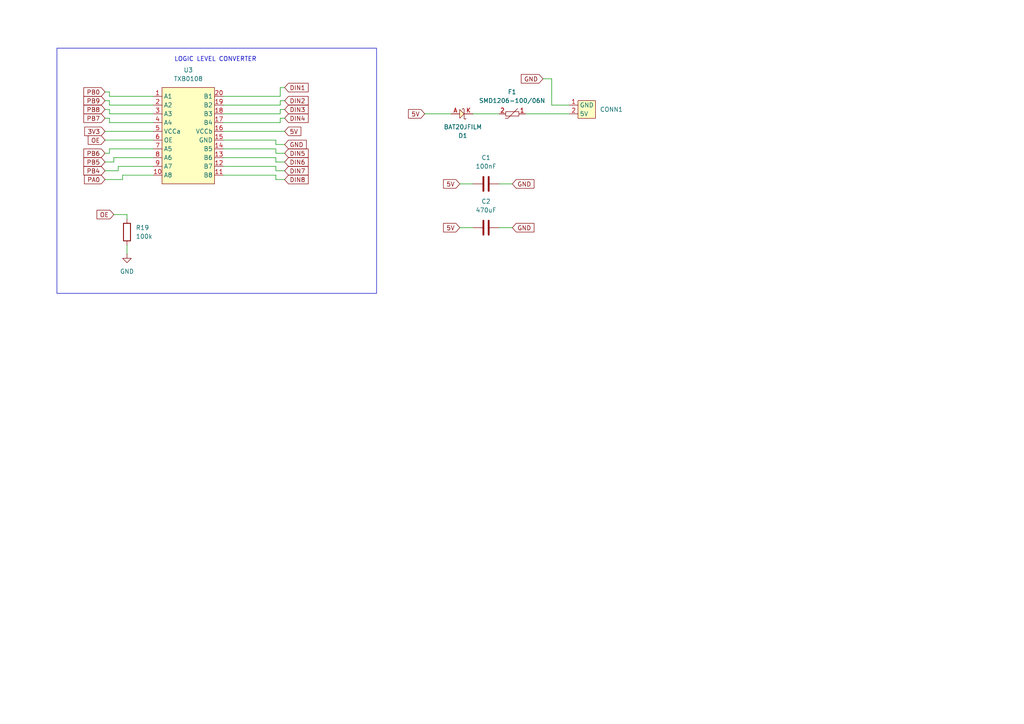
<source format=kicad_sch>
(kicad_sch (version 20250114) (generator "eeschema") (generator_version "9.0")
  (paper "A4")
  (lib_symbols
    (symbol "Borna KiCAD Library:BAT20JFILM" (pin_names (hide yes))
      (property "Reference" "D" (at 0.762 -2.286 0))
      (property "Value" "BAT20JFILM" (at 0.762 2.54 0))
      (symbol "BAT20JFILM_1_1"
        (arc (start 0.762 1.27) (mid 0.8364 1.4496) (end 1.016 1.524))
        (arc (start 1.016 1.524) (mid 1.1956 1.4496) (end 1.27 1.27))
        (polyline (pts (xy 1.27 1.27) (xy 1.27 -1.27)))
        (polyline (pts (xy 1.27 0) (xy 0 1.27) (xy 0 -1.27) (xy 1.27 0)) (fill (type background)))
        (arc (start 1.524 -1.524) (mid 1.3444 -1.4496) (end 1.27 -1.27))
        (arc (start 1.778 -1.27) (mid 1.7036 -1.4496) (end 1.524 -1.524))
        (pin passive line (at -2.54 0 0) (length 2.54) (name "A") (number "A"))
        (pin passive line (at 3.81 0 180) (length 2.54) (name "K") (number "K"))
      )
    )
    (symbol "Borna KiCAD Library:SMD1206-100/06N"
      (property "Reference" "F" (at 0 -2.54 0))
      (property "Value" "SMD1206-100/06N" (at 0 -4.064 0))
      (symbol "SMD1206-100/06N_0_1"
        (rectangle (start -1.905 0.635) (end 1.905 -0.635))
        (polyline (pts (xy -1.524 -1.524) (xy 1.27 1.27) (xy 2.032 1.27)))
      )
      (symbol "SMD1206-100/06N_1_1"
        (pin passive line (at -3.81 0 0) (length 1.905) (name "") (number "1"))
        (pin passive line (at 3.81 0 180) (length 1.905) (name "") (number "2"))
      )
    )
    (symbol "Device:C" (pin_numbers (hide yes)) (pin_names (offset 0.254))
      (property "Reference" "C" (at 0.635 2.54 0))
      (property "Value" "C" (at 0.635 -2.54 0))
      (symbol "C_0_1"
        (polyline (pts (xy -2.032 0.762) (xy 2.032 0.762)) (stroke (width 0.508)))
        (polyline (pts (xy -2.032 -0.762) (xy 2.032 -0.762)) (stroke (width 0.508)))
      )
      (symbol "C_1_1"
        (pin passive line (at 0 3.81 270) (length 2.794) (name "~") (number "1"))
        (pin passive line (at 0 -3.81 90) (length 2.794) (name "~") (number "2"))
      )
    )
    (symbol "Device:R" (pin_numbers (hide yes)) (pin_names (offset 0))
      (property "Reference" "R" (at 2.032 0 90))
      (property "Value" "R" (at 0 0 90))
      (symbol "R_0_1"
        (rectangle (start -1.016 -2.54) (end 1.016 2.54) (stroke (width 0.254)))
      )
      (symbol "R_1_1"
        (pin passive line (at 0 3.81 270) (length 1.27) (name "~") (number "1"))
        (pin passive line (at 0 -3.81 90) (length 1.27) (name "~") (number "2"))
      )
    )
    (symbol "Marina_Library:TXB0108"
      (property "Reference" "U" (at 0 16.764 0))
      (property "Value" "TXB0108" (at 0 15.24 0))
      (symbol "TXB0108_1_1"
        (rectangle (start -7.62 13.97) (end 7.62 -13.97) (fill (type background)))
        (pin bidirectional line (at -10.16 11.43 0) (length 2.54) (name "A1") (number "1"))
        (pin bidirectional line (at -10.16 8.89 0) (length 2.54) (name "A2") (number "2"))
        (pin bidirectional line (at -10.16 6.35 0) (length 2.54) (name "A3") (number "3"))
        (pin bidirectional line (at -10.16 3.81 0) (length 2.54) (name "A4") (number "4"))
        (pin bidirectional line (at -10.16 1.27 0) (length 2.54) (name "VCCa") (number "5"))
        (pin bidirectional line (at -10.16 -1.27 0) (length 2.54) (name "OE") (number "6"))
        (pin bidirectional line (at -10.16 -3.81 0) (length 2.54) (name "A5") (number "7"))
        (pin bidirectional line (at -10.16 -6.35 0) (length 2.54) (name "A6") (number "8"))
        (pin bidirectional line (at -10.16 -8.89 0) (length 2.54) (name "A7") (number "9"))
        (pin bidirectional line (at -10.16 -11.43 0) (length 2.54) (name "A8") (number "10"))
        (pin bidirectional line (at 10.16 11.43 180) (length 2.54) (name "B1") (number "20"))
        (pin bidirectional line (at 10.16 8.89 180) (length 2.54) (name "B2") (number "19"))
        (pin bidirectional line (at 10.16 6.35 180) (length 2.54) (name "B3") (number "18"))
        (pin bidirectional line (at 10.16 3.81 180) (length 2.54) (name "B4") (number "17"))
        (pin bidirectional line (at 10.16 1.27 180) (length 2.54) (name "VCCb") (number "16"))
        (pin bidirectional line (at 10.16 -1.27 180) (length 2.54) (name "GND") (number "15"))
        (pin bidirectional line (at 10.16 -3.81 180) (length 2.54) (name "B5") (number "14"))
        (pin bidirectional line (at 10.16 -6.35 180) (length 2.54) (name "B6") (number "13"))
        (pin bidirectional line (at 10.16 -8.89 180) (length 2.54) (name "B7") (number "12"))
        (pin bidirectional line (at 10.16 -11.43 180) (length 2.54) (name "B8") (number "11"))
      )
    )
    (symbol "POWER_SUPPLY:U"
      (property "Reference" "CONN" (at 0 3.556 0))
      (symbol "U_1_0"
        (pin passive line (at -5.08 -1.27 0) (length 2.54) (name "5V") (number "2"))
      )
      (symbol "U_1_1"
        (rectangle (start -2.54 2.54) (end 2.54 -2.54) (fill (type background)))
        (pin passive line (at -5.08 1.27 0) (length 2.54) (name "GND") (number "1"))
      )
    )
    (symbol "power:GND" (power) (pin_numbers (hide yes)) (pin_names (offset 0) (hide yes))
      (property "Value" "GND" (at 0 -3.81 0))
      (symbol "GND_0_1"
        (polyline (pts (xy 0 0) (xy 0 -1.27) (xy 1.27 -1.27) (xy 0 -2.54) (xy -1.27 -1.27) (xy 0 -1.27)))
      )
      (symbol "GND_1_1"
        (pin power_in line (at 0 0 270) (length 0) (name "~") (number "1"))
      )
    )
  )
  (rectangle (start 16.51 13.97) (end 109.22 85.09))
  (text "LOGIC LEVEL CONVERTER" (at 62.484 17.272 0) (effects (font (size 1.27 1.27))))
  (wire (pts (xy 80.01 52.07) (xy 82.55 52.07)))
  (wire (pts (xy 160.02 30.48) (xy 160.02 22.86)))
  (wire (pts (xy 80.01 40.64) (xy 80.01 41.91)))
  (wire (pts (xy 44.45 45.72) (xy 33.02 45.72)))
  (wire (pts (xy 81.28 30.48) (xy 81.28 29.21)))
  (wire (pts (xy 80.01 46.99) (xy 82.55 46.99)))
  (wire (pts (xy 64.77 27.94) (xy 81.28 27.94)))
  (wire (pts (xy 44.45 27.94) (xy 31.75 27.94)))
  (wire (pts (xy 30.48 26.67) (xy 31.75 26.67)))
  (wire (pts (xy 81.28 31.75) (xy 82.55 31.75)))
  (wire (pts (xy 160.02 22.86) (xy 157.48 22.86)))
  (wire (pts (xy 80.01 43.18) (xy 80.01 44.45)))
  (wire (pts (xy 133.35 66.04) (xy 137.16 66.04)))
  (wire (pts (xy 44.45 48.26) (xy 34.29 48.26)))
  (wire (pts (xy 80.01 41.91) (xy 82.55 41.91)))
  (wire (pts (xy 80.01 50.8) (xy 80.01 52.07)))
  (wire (pts (xy 30.48 31.75) (xy 31.75 31.75)))
  (wire (pts (xy 30.48 40.64) (xy 44.45 40.64)))
  (wire (pts (xy 80.01 48.26) (xy 80.01 49.53)))
  (wire (pts (xy 133.35 53.34) (xy 137.16 53.34)))
  (wire (pts (xy 64.77 48.26) (xy 80.01 48.26)))
  (wire (pts (xy 160.02 30.48) (xy 165.1 30.48)))
  (wire (pts (xy 30.48 52.07) (xy 35.56 52.07)))
  (wire (pts (xy 81.28 27.94) (xy 81.28 25.4)))
  (wire (pts (xy 44.45 43.18) (xy 31.75 43.18)))
  (wire (pts (xy 64.77 40.64) (xy 80.01 40.64)))
  (wire (pts (xy 30.48 46.99) (xy 33.02 46.99)))
  (wire (pts (xy 30.48 38.1) (xy 44.45 38.1)))
  (wire (pts (xy 36.83 71.12) (xy 36.83 73.66)))
  (wire (pts (xy 44.45 35.56) (xy 31.75 35.56)))
  (wire (pts (xy 152.4 33.02) (xy 165.1 33.02)))
  (wire (pts (xy 36.83 62.23) (xy 36.83 63.5)))
  (wire (pts (xy 123.19 33.02) (xy 130.81 33.02)))
  (wire (pts (xy 44.45 30.48) (xy 31.75 30.48)))
  (wire (pts (xy 81.28 29.21) (xy 82.55 29.21)))
  (wire (pts (xy 64.77 35.56) (xy 81.28 35.56)))
  (wire (pts (xy 30.48 44.45) (xy 31.75 44.45)))
  (wire (pts (xy 31.75 35.56) (xy 31.75 34.29)))
  (wire (pts (xy 80.01 49.53) (xy 82.55 49.53)))
  (wire (pts (xy 31.75 30.48) (xy 31.75 29.21)))
  (wire (pts (xy 81.28 34.29) (xy 82.55 34.29)))
  (wire (pts (xy 30.48 49.53) (xy 34.29 49.53)))
  (wire (pts (xy 81.28 35.56) (xy 81.28 34.29)))
  (wire (pts (xy 44.45 33.02) (xy 31.75 33.02)))
  (wire (pts (xy 34.29 48.26) (xy 34.29 49.53)))
  (wire (pts (xy 30.48 34.29) (xy 31.75 34.29)))
  (wire (pts (xy 64.77 43.18) (xy 80.01 43.18)))
  (wire (pts (xy 33.02 62.23) (xy 36.83 62.23)))
  (wire (pts (xy 137.16 33.02) (xy 144.78 33.02)))
  (wire (pts (xy 44.45 50.8) (xy 35.56 50.8)))
  (wire (pts (xy 144.78 53.34) (xy 148.59 53.34)))
  (wire (pts (xy 81.28 33.02) (xy 81.28 31.75)))
  (wire (pts (xy 64.77 45.72) (xy 80.01 45.72)))
  (wire (pts (xy 144.78 66.04) (xy 148.59 66.04)))
  (wire (pts (xy 31.75 27.94) (xy 31.75 26.67)))
  (wire (pts (xy 33.02 45.72) (xy 33.02 46.99)))
  (wire (pts (xy 80.01 44.45) (xy 82.55 44.45)))
  (wire (pts (xy 31.75 43.18) (xy 31.75 44.45)))
  (wire (pts (xy 64.77 38.1) (xy 82.55 38.1)))
  (wire (pts (xy 81.28 25.4) (xy 82.55 25.4)))
  (wire (pts (xy 80.01 45.72) (xy 80.01 46.99)))
  (wire (pts (xy 35.56 50.8) (xy 35.56 52.07)))
  (wire (pts (xy 64.77 33.02) (xy 81.28 33.02)))
  (wire (pts (xy 64.77 30.48) (xy 81.28 30.48)))
  (wire (pts (xy 31.75 33.02) (xy 31.75 31.75)))
  (wire (pts (xy 30.48 29.21) (xy 31.75 29.21)))
  (wire (pts (xy 64.77 50.8) (xy 80.01 50.8)))
  (global_label "GND" (shape input) (at 82.55 41.91 0) (property "Intersheetrefs" "${INTERSHEET_REFS}" (effects (hide yes))))
  (global_label "PB5" (shape input) (at 30.48 46.99 180) (property "Intersheetrefs" "${INTERSHEET_REFS}" (effects (hide yes))))
  (global_label "PA0" (shape input) (at 30.48 52.07 180) (property "Intersheetrefs" "${INTERSHEET_REFS}" (effects (hide yes))))
  (global_label "DIN4" (shape input) (at 82.55 34.29 0) (property "Intersheetrefs" "${INTERSHEET_REFS}" (effects (hide yes))))
  (global_label "GND" (shape input) (at 148.59 66.04 0) (property "Intersheetrefs" "${INTERSHEET_REFS}" (effects (hide yes))))
  (global_label "PB8" (shape input) (at 30.48 31.75 180) (property "Intersheetrefs" "${INTERSHEET_REFS}" (effects (hide yes))))
  (global_label "3V3" (shape input) (at 30.48 38.1 180) (property "Intersheetrefs" "${INTERSHEET_REFS}" (effects (hide yes))))
  (global_label "DIN6" (shape input) (at 82.55 46.99 0) (property "Intersheetrefs" "${INTERSHEET_REFS}" (effects (hide yes))))
  (global_label "DIN1" (shape input) (at 82.55 25.4 0) (property "Intersheetrefs" "${INTERSHEET_REFS}" (effects (hide yes))))
  (global_label "DIN7" (shape input) (at 82.55 49.53 0) (property "Intersheetrefs" "${INTERSHEET_REFS}" (effects (hide yes))))
  (global_label "5V" (shape input) (at 123.19 33.02 180) (property "Intersheetrefs" "${INTERSHEET_REFS}" (effects (hide yes))))
  (global_label "PB7" (shape input) (at 30.48 34.29 180) (property "Intersheetrefs" "${INTERSHEET_REFS}" (effects (hide yes))))
  (global_label "5V" (shape input) (at 133.35 53.34 180) (property "Intersheetrefs" "${INTERSHEET_REFS}" (effects (hide yes))))
  (global_label "OE" (shape input) (at 30.48 40.64 180) (property "Intersheetrefs" "${INTERSHEET_REFS}" (effects (hide yes))))
  (global_label "PB4" (shape input) (at 30.48 49.53 180) (property "Intersheetrefs" "${INTERSHEET_REFS}" (effects (hide yes))))
  (global_label "OE" (shape input) (at 33.02 62.23 180) (property "Intersheetrefs" "${INTERSHEET_REFS}" (effects (hide yes))))
  (global_label "5V" (shape input) (at 82.55 38.1 0) (property "Intersheetrefs" "${INTERSHEET_REFS}" (effects (hide yes))))
  (global_label "5V" (shape input) (at 133.35 66.04 180) (property "Intersheetrefs" "${INTERSHEET_REFS}" (effects (hide yes))))
  (global_label "GND" (shape input) (at 148.59 53.34 0) (property "Intersheetrefs" "${INTERSHEET_REFS}" (effects (hide yes))))
  (global_label "DIN5" (shape input) (at 82.55 44.45 0) (property "Intersheetrefs" "${INTERSHEET_REFS}" (effects (hide yes))))
  (global_label "DIN8" (shape input) (at 82.55 52.07 0) (property "Intersheetrefs" "${INTERSHEET_REFS}" (effects (hide yes))))
  (global_label "GND" (shape input) (at 157.48 22.86 180) (property "Intersheetrefs" "${INTERSHEET_REFS}" (effects (hide yes))))
  (global_label "DIN2" (shape input) (at 82.55 29.21 0) (property "Intersheetrefs" "${INTERSHEET_REFS}" (effects (hide yes))))
  (global_label "PB9" (shape input) (at 30.48 29.21 180) (property "Intersheetrefs" "${INTERSHEET_REFS}" (effects (hide yes))))
  (global_label "PB0" (shape input) (at 30.48 26.67 180) (property "Intersheetrefs" "${INTERSHEET_REFS}" (effects (hide yes))))
  (global_label "DIN3" (shape input) (at 82.55 31.75 0) (property "Intersheetrefs" "${INTERSHEET_REFS}" (effects (hide yes))))
  (global_label "PB6" (shape input) (at 30.48 44.45 180) (property "Intersheetrefs" "${INTERSHEET_REFS}" (effects (hide yes))))
  (symbol (lib_id "Marina_Library:TXB0108") (at 54.61 39.37 0) (unit 1)
    (property "Reference" "U3" (at 54.61 20.32 0))
    (property "Value" "TXB0108" (at 54.61 22.86 0))
    (property "Footprint" "TXB0108:TXB0108" (effects (hide yes)))
  )
  (symbol (lib_id "Device:R") (at 36.83 67.31 0) (unit 1)
    (property "Reference" "R19" (at 39.37 66.0399 0) (effects (justify left)))
    (property "Value" "100k" (at 39.37 68.5799 0) (effects (justify left)))
    (property "Footprint" "Borna KiCAD Library:R0603" (effects (hide yes)))
    (property "Description" "Resistor" (effects (hide yes)))
  )
  (symbol (lib_id "Borna KiCAD Library:BAT20JFILM") (at 133.35 33.02 0) (unit 1)
    (property "Reference" "D1" (at 134.239 39.37 0))
    (property "Value" "BAT20JFILM" (at 134.239 36.83 0))
    (property "Footprint" "Borna KiCAD Library:SOD323" (effects (hide yes)))
  )
  (symbol (lib_id "Device:C") (at 140.97 66.04 270) (unit 1)
    (property "Reference" "C2" (at 140.97 58.42 90))
    (property "Value" "470uF" (at 140.97 60.96 90))
    (property "Footprint" "Borna KiCAD Library:C0603" (effects (hide yes)))
  )
  (symbol (lib_id "Borna KiCAD Library:SMD1206-100/06N") (at 148.59 33.02 180) (unit 1)
    (property "Reference" "F1" (at 148.5265 26.67 0))
    (property "Value" "SMD1206-100/06N" (at 148.5265 29.21 0))
    (property "Footprint" "Borna KiCAD Library:1206" (effects (hide yes)))
  )
  (symbol (lib_id "power:GND") (at 36.83 73.66 0) (unit 1)
    (property "Reference" "#PWR011" (effects (hide yes)))
    (property "Value" "GND" (at 36.83 78.74 0))
    (property "Description" "Power symbol creates a global label with name \"GND\" , ground" (effects (hide yes)))
  )
  (symbol (lib_id "Device:C") (at 140.97 53.34 270) (unit 1)
    (property "Reference" "C1" (at 140.97 45.72 90))
    (property "Value" "100nF" (at 140.97 48.26 90))
    (property "Footprint" "Borna KiCAD Library:C0603" (effects (hide yes)))
  )
  (symbol (lib_id "POWER_SUPPLY:U") (at 170.18 31.75 0) (unit 1)
    (property "Reference" "CONN1" (at 173.99 31.7499 0) (effects (justify left)))
    (property "Value" "POWER_SUPPLY" (effects (hide yes)))
    (property "Footprint" "Connector_PinSocket_2.54mm:PinSocket_1x02_P2.54mm_Vertical" (effects (hide yes)))
  )
)
</source>
